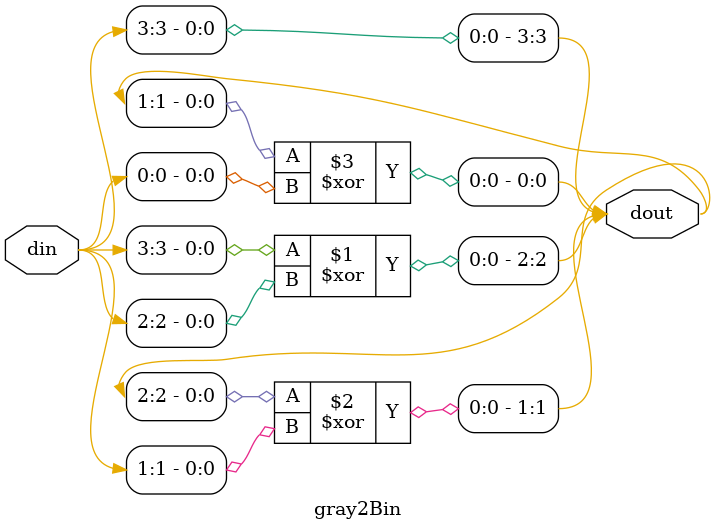
<source format=sv>
module async_fifo #(parameter
  WR_DATA_WIDTH_MUL = 1 ,// WR_DATA_WIDTH = WR_DATA_WIDTH_MUL * DATA_WIDTH
  RD_DATA_WIDTH_MUL = 1 ,// RD_DATA_WIDTH = RD_DATA_WIDTH_MUL * DATA_WIDTH
  DATA_WIDTH        = 8, 
  ADDRESS_WIDTH     = 4,
  WR_DATA_WIDTH     = WR_DATA_WIDTH_MUL * DATA_WIDTH,
  RD_DATA_WIDTH     = RD_DATA_WIDTH_MUL * DATA_WIDTH,
  FIFO_DEPTH    = (1 << ADDRESS_WIDTH))
  (
     //Write port
     input wire                          wrClk,
     input wire                          wrEn,
     input wire  [WR_DATA_WIDTH-1:0]     din,  
     output                              fifoFull,

    // Reading port
     input wire                          rdClk,        
     output                              fifoEmpty,
     input wire                          rdEn,
     input                               rst,
    `ifndef NO_LAT
     output reg  [RD_DATA_WIDTH-1:0]     dout
    `else
     output  [RD_DATA_WIDTH-1:0]     dout
    `endif
  );
  reg   [DATA_WIDTH-1:0]  Mem [FIFO_DEPTH-1:0];
  reg   [ADDRESS_WIDTH:0] wrPtr;
  reg   [ADDRESS_WIDTH:0] rdPtr;

 
  genvar i;
  generate
    for (i = 0; i < WR_DATA_WIDTH_MUL; i = i + 1) begin
       always @ (posedge wrClk)begin 
         if(wrEn & !fifoFull)begin
          Mem[wrPtr+i] <= din[i*DATA_WIDTH+:DATA_WIDTH];
         // Mem[wrPtr+i] <= din[i*DATA_WIDTH+DATA_WIDTH-1:i*DATA_WIDTH];
        end
      end
   end
  endgenerate


  always @ (posedge wrClk or posedge rst)begin
    if(rst)begin
      wrPtr <= 0;
    end else begin
      if(wrEn & !fifoFull)begin
        wrPtr <= wrPtr + WR_DATA_WIDTH_MUL;
      end
    end
  end

  always @ (posedge rdClk or posedge rst)begin
    if(rst)begin
      rdPtr <= 0;
    end else begin
      if (rdEn &  !fifoEmpty)begin
        rdPtr <= rdPtr + RD_DATA_WIDTH_MUL;
      end
    end
  end

`ifndef NO_LAT
  generate 
    for (i = 0 ; i <RD_DATA_WIDTH_MUL ; i = i + 1) begin 
      always @(posedge rdClk)begin  
          dout[i*DATA_WIDTH+:DATA_WIDTH] <= Mem[rdPtr+i];
       end
    end
  endgenerate
 
  `else
  generate 
    for (i = 0 ; i <RD_DATA_WIDTH_MUL ; i = i + 1) begin 
      //always@(posedge rdClk)begin  
      assign dout[i*DATA_WIDTH+:DATA_WIDTH] = Mem[rdPtr+i];
       //end
    end
  endgenerate
  
 `endif


 wire [ADDRESS_WIDTH:0] rdPtrGray;

  bin2Gray #(.COUNTER_WIDTH(ADDRESS_WIDTH+1))bin2Gray_rdPtr (
    .din  (rdPtr), 
    .dout (rdPtrGray)
  );

  reg  [ADDRESS_WIDTH:0] rdPtrGray_rdClk;
  always@(posedge rdClk or posedge rst)begin
    if(rst)begin
      rdPtrGray_rdClk <= 0;
    end else begin
      rdPtrGray_rdClk <= rdPtrGray;
    end
  end


  reg [ADDRESS_WIDTH:0] rdPtrGray_wrClk_Q1, rdPtrGray_wrClk_Q2;

  always@(posedge wrClk or posedge rst)begin
    if(rst)begin
      rdPtrGray_wrClk_Q1 <= 0;
      rdPtrGray_wrClk_Q2 <= 0;
    end else begin
      rdPtrGray_wrClk_Q1 <= rdPtrGray_rdClk;
      rdPtrGray_wrClk_Q2 <= rdPtrGray_wrClk_Q1;
    end
  end

  wire [ADDRESS_WIDTH:0] rdPtrBin_wrClk;

  gray2Bin #(.COUNTER_WIDTH(ADDRESS_WIDTH+1))gray2Bin_rdPtr(
    .din  (rdPtrGray_wrClk_Q2), 
    .dout (rdPtrBin_wrClk)
  );   

  parameter WR_DATA_WIDTH_RATIO = WR_DATA_WIDTH_MUL/RD_DATA_WIDTH_MUL;
  generate  
    if(WR_DATA_WIDTH_MUL > RD_DATA_WIDTH_MUL)
     begin
      if(WR_DATA_WIDTH_RATIO == 2)
        assign fifoFull = (wrPtr[ADDRESS_WIDTH] != rdPtrBin_wrClk[ADDRESS_WIDTH]) & (wrPtr[ADDRESS_WIDTH-1:0] == rdPtrBin_wrClk[ADDRESS_WIDTH-1:0]);
      else if(WR_DATA_WIDTH_RATIO == 4)
        assign fifoFull = (wrPtr[ADDRESS_WIDTH] != rdPtrBin_wrClk[ADDRESS_WIDTH]) & (wrPtr[ADDRESS_WIDTH-1:2] == rdPtrBin_wrClk[ADDRESS_WIDTH-1:1]);
      else if(WR_DATA_WIDTH_RATIO == 8)
        assign fifoFull = (wrPtr[ADDRESS_WIDTH] != rdPtrBin_wrClk[ADDRESS_WIDTH]) & (wrPtr[ADDRESS_WIDTH-1:3] == rdPtrBin_wrClk[ADDRESS_WIDTH-1:2]);
      else if(WR_DATA_WIDTH_RATIO == 16)
        assign fifoFull = (wrPtr[ADDRESS_WIDTH] != rdPtrBin_wrClk[ADDRESS_WIDTH]) & (wrPtr[ADDRESS_WIDTH-1:4] == rdPtrBin_wrClk[ADDRESS_WIDTH-1:3]);
      else if(WR_DATA_WIDTH_RATIO == 32)
        assign fifoFull = (wrPtr[ADDRESS_WIDTH] != rdPtrBin_wrClk[ADDRESS_WIDTH]) & (wrPtr[ADDRESS_WIDTH-1:5] == rdPtrBin_wrClk[ADDRESS_WIDTH-1:4]);
    end
    else begin
      assign fifoFull = (wrPtr[ADDRESS_WIDTH] != rdPtrBin_wrClk[ADDRESS_WIDTH]) & (wrPtr[ADDRESS_WIDTH-1:0] == rdPtrBin_wrClk[ADDRESS_WIDTH-1:0]);
    end
  endgenerate 

wire [ADDRESS_WIDTH:0] wrPtrGray;
  bin2Gray #(.COUNTER_WIDTH(ADDRESS_WIDTH+1)) bin2Gray_wrPtr (
    .din  (wrPtr), 
    .dout (wrPtrGray)
  );
  reg [ADDRESS_WIDTH:0] wrPtrGray_wrClk;
  always@(posedge wrClk or posedge rst)begin
    if(rst)begin
      wrPtrGray_wrClk <= 0;
    end else begin
      wrPtrGray_wrClk <= wrPtrGray;
    end
  end

  reg  [ADDRESS_WIDTH:0] wrPtrGray_rdClk_Q1, wrPtrGray_rdClk_Q2;
  always@(posedge rdClk or posedge rst)begin
    if(rst)begin
      wrPtrGray_rdClk_Q1 <= 0;
      wrPtrGray_rdClk_Q2 <= 0;
    end else begin
      wrPtrGray_rdClk_Q1 <= wrPtrGray_wrClk;
      wrPtrGray_rdClk_Q2 <= wrPtrGray_rdClk_Q1;
    end
  end

  wire [ADDRESS_WIDTH:0] wrPtrBin_rdClk;
  gray2Bin #(.COUNTER_WIDTH(ADDRESS_WIDTH+1))gray2Bin_wrPtr2(
    .din  (wrPtrGray_rdClk_Q2), 
    .dout (wrPtrBin_rdClk)
  );


  parameter RD_DATA_WIDTH_RATIO = RD_DATA_WIDTH_MUL /WR_DATA_WIDTH_MUL;
  generate 
    if(RD_DATA_WIDTH_MUL > WR_DATA_WIDTH_MUL)
     begin
      if(RD_DATA_WIDTH_RATIO == 2)
        assign fifoEmpty = (rdPtr[ADDRESS_WIDTH] == wrPtrBin_rdClk[ADDRESS_WIDTH]) & (rdPtr[ADDRESS_WIDTH-1:0] == wrPtrBin_rdClk[ADDRESS_WIDTH-1:0]);
      else if(RD_DATA_WIDTH_RATIO == 4)
        assign fifoEmpty = (rdPtr[ADDRESS_WIDTH] == wrPtrBin_rdClk[ADDRESS_WIDTH]) & (rdPtr[ADDRESS_WIDTH-1:1] == wrPtrBin_rdClk[ADDRESS_WIDTH-1:1]);
      else if(RD_DATA_WIDTH_RATIO == 8)
        assign fifoEmpty = (rdPtr[ADDRESS_WIDTH] == wrPtrBin_rdClk[ADDRESS_WIDTH]) & (rdPtr[ADDRESS_WIDTH-1:2] == wrPtrBin_rdClk[ADDRESS_WIDTH-1:2]);
      else if(RD_DATA_WIDTH_RATIO == 16)
        assign fifoEmpty = (rdPtr[ADDRESS_WIDTH] == wrPtrBin_rdClk[ADDRESS_WIDTH]) & (rdPtr[ADDRESS_WIDTH-1:3] == wrPtrBin_rdClk[ADDRESS_WIDTH-1:3]);
      else if(RD_DATA_WIDTH_RATIO == 32)
        assign fifoEmpty = (rdPtr[ADDRESS_WIDTH] == wrPtrBin_rdClk[ADDRESS_WIDTH]) & (rdPtr[ADDRESS_WIDTH-1:4] == wrPtrBin_rdClk[ADDRESS_WIDTH-1:4]);
    end
    else begin
      assign fifoEmpty = (rdPtr[ADDRESS_WIDTH] == wrPtrBin_rdClk[ADDRESS_WIDTH]) & (rdPtr[ADDRESS_WIDTH-1:0] == wrPtrBin_rdClk[ADDRESS_WIDTH-1:0]);
   end
  endgenerate
endmodule



module bin2Gray #(parameter COUNTER_WIDTH = 4)(
  input      [COUNTER_WIDTH-1:0] din,
  output  [COUNTER_WIDTH-1:0] dout
);
//wire [COUNTER_WIDTH-1:0] dout;
  genvar i;
  generate
    for (i = 0; i < (COUNTER_WIDTH-1) ; i = i + 1) begin
      assign dout[i] = din[i+1] ^ din[i];
    end
  endgenerate
     assign dout[COUNTER_WIDTH-1]= din[COUNTER_WIDTH-1];
endmodule



module gray2Bin #(parameter COUNTER_WIDTH = 4)(
  input      [COUNTER_WIDTH-1:0] din,
  output  [COUNTER_WIDTH-1:0] dout
  );
//wire  [COUNTER_WIDTH-1:0] dout;
  assign dout[COUNTER_WIDTH-1] = din[COUNTER_WIDTH-1];
  genvar i;
  generate
    for (i = (COUNTER_WIDTH-2); i >= 0 ; i = i - 1) begin
      assign dout[i] = dout[i+1] ^ din[i];
    end
  endgenerate

endmodule


</source>
